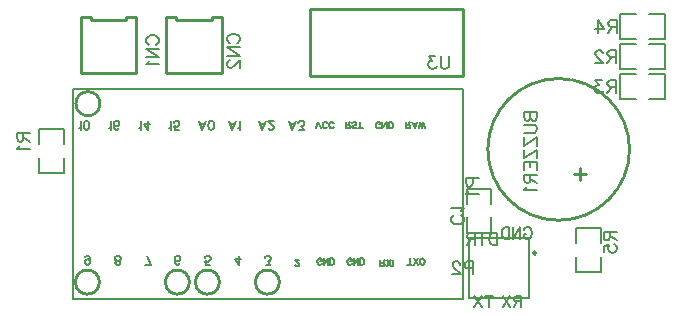
<source format=gbo>
G04 Layer: BottomSilkLayer*
G04 EasyEDA v6.2.46, 2019-12-20T21:21:12+01:00*
G04 d37f97ebf7a94133afb56d0d7468e1fa,4a9c1d379d7447c5bd0ffc32acf6fcf4,10*
G04 Gerber Generator version 0.2*
G04 Scale: 100 percent, Rotated: No, Reflected: No *
G04 Dimensions in millimeters *
G04 leading zeros omitted , absolute positions ,3 integer and 3 decimal *
%FSLAX33Y33*%
%MOMM*%
G90*
G71D02*

%ADD10C,0.254000*%
%ADD25C,0.152400*%
%ADD26C,0.203200*%
%ADD27C,0.203200*%
%ADD28C,0.199898*%

%LPD*%
G54D10*
G01X40767Y19685D02*
G01X53766Y19685D01*
G01X53766Y25385D01*
G01X40767Y25385D01*
G01X40767Y19685D01*
G54D26*
G01X54229Y5969D02*
G01X54229Y889D01*
G01X59309Y889D01*
G01X59309Y5969D01*
G01X54229Y5969D01*
G54D27*
G01X53746Y825D02*
G01X20726Y825D01*
G01X20726Y18605D01*
G01X53746Y18605D01*
G01X53746Y825D01*
G54D10*
G01X63627Y10910D02*
G01X63627Y11926D01*
G01X64135Y11418D02*
G01X63119Y11418D01*
G54D28*
G01X69515Y19830D02*
G01X70835Y19830D01*
G01X70835Y17760D01*
G01X69515Y17760D01*
G01X68383Y19830D02*
G01X67063Y19830D01*
G01X67063Y17760D01*
G01X68383Y17760D01*
G01X69515Y24910D02*
G01X70835Y24910D01*
G01X70835Y22840D01*
G01X69515Y22840D01*
G01X68383Y24910D02*
G01X67063Y24910D01*
G01X67063Y22840D01*
G01X68383Y22840D01*
G01X63354Y5507D02*
G01X63354Y6827D01*
G01X65424Y6827D01*
G01X65424Y5507D01*
G01X63354Y4375D02*
G01X63354Y3055D01*
G01X65424Y3055D01*
G01X65424Y4375D01*
G01X69515Y22370D02*
G01X70835Y22370D01*
G01X70835Y20300D01*
G01X69515Y20300D01*
G01X68383Y22370D02*
G01X67063Y22370D01*
G01X67063Y20300D01*
G01X68383Y20300D01*
G01X17888Y13889D02*
G01X17888Y15209D01*
G01X19958Y15209D01*
G01X19958Y13889D01*
G01X17888Y12757D02*
G01X17888Y11437D01*
G01X19958Y11437D01*
G01X19958Y12757D01*
G54D10*
G01X26099Y19906D02*
G01X26099Y24705D01*
G01X25248Y24705D01*
G01X25248Y24405D01*
G01X22249Y24405D01*
G01X22249Y24705D01*
G01X21398Y24705D01*
G01X21398Y19906D01*
G01X26099Y19906D01*
G01X33338Y19906D02*
G01X33338Y24705D01*
G01X32487Y24705D01*
G01X32487Y24405D01*
G01X29488Y24405D01*
G01X29488Y24705D01*
G01X28637Y24705D01*
G01X28637Y19906D01*
G01X33338Y19906D01*
G54D28*
G01X56152Y7700D02*
G01X56152Y6380D01*
G01X54082Y6380D01*
G01X54082Y7700D01*
G01X56152Y8832D02*
G01X56152Y10152D01*
G01X54082Y10152D01*
G01X54082Y8832D01*
G54D25*
G01X52578Y21374D02*
G01X52578Y20596D01*
G01X52527Y20439D01*
G01X52423Y20335D01*
G01X52265Y20284D01*
G01X52161Y20284D01*
G01X52006Y20335D01*
G01X51902Y20439D01*
G01X51851Y20596D01*
G01X51851Y21374D01*
G01X51404Y21374D02*
G01X50833Y21374D01*
G01X51142Y20960D01*
G01X50987Y20960D01*
G01X50883Y20906D01*
G01X50833Y20855D01*
G01X50779Y20701D01*
G01X50779Y20596D01*
G01X50833Y20439D01*
G01X50937Y20335D01*
G01X51092Y20284D01*
G01X51247Y20284D01*
G01X51404Y20335D01*
G01X51455Y20388D01*
G01X51508Y20492D01*
G01X54610Y3975D02*
G01X54610Y2885D01*
G01X54610Y3975D02*
G01X54142Y3975D01*
G01X53987Y3924D01*
G01X53934Y3873D01*
G01X53883Y3769D01*
G01X53883Y3611D01*
G01X53934Y3507D01*
G01X53987Y3456D01*
G01X54142Y3403D01*
G01X54610Y3403D01*
G01X53487Y3716D02*
G01X53487Y3769D01*
G01X53436Y3873D01*
G01X53383Y3924D01*
G01X53279Y3975D01*
G01X53073Y3975D01*
G01X52969Y3924D01*
G01X52915Y3873D01*
G01X52865Y3769D01*
G01X52865Y3665D01*
G01X52915Y3561D01*
G01X53019Y3403D01*
G01X53540Y2885D01*
G01X52811Y2885D01*
G01X54000Y11046D02*
G01X55090Y11046D01*
G01X54000Y11046D02*
G01X54000Y10579D01*
G01X54051Y10424D01*
G01X54102Y10370D01*
G01X54206Y10320D01*
G01X54363Y10320D01*
G01X54467Y10370D01*
G01X54518Y10424D01*
G01X54571Y10579D01*
G01X54571Y11046D01*
G01X54206Y9977D02*
G01X54155Y9873D01*
G01X54000Y9715D01*
G01X55090Y9715D01*
G01X22191Y3954D02*
G01X22158Y4058D01*
G01X22087Y4127D01*
G01X21983Y4163D01*
G01X21950Y4163D01*
G01X21846Y4127D01*
G01X21777Y4058D01*
G01X21742Y3954D01*
G01X21742Y3919D01*
G01X21777Y3815D01*
G01X21846Y3746D01*
G01X21950Y3710D01*
G01X21983Y3710D01*
G01X22087Y3746D01*
G01X22158Y3815D01*
G01X22191Y3954D01*
G01X22191Y4127D01*
G01X22158Y4300D01*
G01X22087Y4404D01*
G01X21983Y4439D01*
G01X21915Y4439D01*
G01X21810Y4404D01*
G01X21777Y4335D01*
G01X24455Y3710D02*
G01X24350Y3746D01*
G01X24317Y3815D01*
G01X24317Y3886D01*
G01X24350Y3954D01*
G01X24422Y3987D01*
G01X24559Y4023D01*
G01X24663Y4058D01*
G01X24731Y4127D01*
G01X24767Y4196D01*
G01X24767Y4300D01*
G01X24731Y4368D01*
G01X24698Y4404D01*
G01X24594Y4439D01*
G01X24455Y4439D01*
G01X24350Y4404D01*
G01X24317Y4368D01*
G01X24282Y4300D01*
G01X24282Y4196D01*
G01X24317Y4127D01*
G01X24386Y4058D01*
G01X24490Y4023D01*
G01X24627Y3987D01*
G01X24698Y3954D01*
G01X24731Y3886D01*
G01X24731Y3815D01*
G01X24698Y3746D01*
G01X24594Y3710D01*
G01X24455Y3710D01*
G01X27307Y3710D02*
G01X26962Y4439D01*
G01X26822Y3710D02*
G01X27307Y3710D01*
G01X29778Y3815D02*
G01X29743Y3746D01*
G01X29639Y3710D01*
G01X29570Y3710D01*
G01X29466Y3746D01*
G01X29397Y3850D01*
G01X29362Y4023D01*
G01X29362Y4196D01*
G01X29397Y4335D01*
G01X29466Y4404D01*
G01X29570Y4439D01*
G01X29603Y4439D01*
G01X29707Y4404D01*
G01X29778Y4335D01*
G01X29811Y4231D01*
G01X29811Y4196D01*
G01X29778Y4091D01*
G01X29707Y4023D01*
G01X29603Y3987D01*
G01X29570Y3987D01*
G01X29466Y4023D01*
G01X29397Y4091D01*
G01X29362Y4196D01*
G01X32318Y3710D02*
G01X31970Y3710D01*
G01X31937Y4023D01*
G01X31970Y3987D01*
G01X32075Y3954D01*
G01X32179Y3954D01*
G01X32283Y3987D01*
G01X32351Y4058D01*
G01X32387Y4163D01*
G01X32387Y4231D01*
G01X32351Y4335D01*
G01X32283Y4404D01*
G01X32179Y4439D01*
G01X32075Y4439D01*
G01X31970Y4404D01*
G01X31937Y4368D01*
G01X31902Y4300D01*
G01X34787Y3710D02*
G01X34442Y4196D01*
G01X34963Y4196D01*
G01X34787Y3710D02*
G01X34787Y4439D01*
G01X37050Y3710D02*
G01X37431Y3710D01*
G01X37223Y3987D01*
G01X37327Y3987D01*
G01X37398Y4023D01*
G01X37431Y4058D01*
G01X37467Y4163D01*
G01X37467Y4231D01*
G01X37431Y4335D01*
G01X37363Y4404D01*
G01X37259Y4439D01*
G01X37155Y4439D01*
G01X37050Y4404D01*
G01X37017Y4368D01*
G01X36982Y4300D01*
G01X39547Y3695D02*
G01X39547Y3670D01*
G01X39573Y3619D01*
G01X39598Y3594D01*
G01X39649Y3568D01*
G01X39751Y3568D01*
G01X39801Y3594D01*
G01X39827Y3619D01*
G01X39852Y3670D01*
G01X39852Y3721D01*
G01X39827Y3771D01*
G01X39776Y3848D01*
G01X39522Y4102D01*
G01X39878Y4102D01*
G01X41808Y3822D02*
G01X41783Y3771D01*
G01X41732Y3721D01*
G01X41681Y3695D01*
G01X41579Y3695D01*
G01X41529Y3721D01*
G01X41478Y3771D01*
G01X41452Y3822D01*
G01X41427Y3898D01*
G01X41427Y4025D01*
G01X41452Y4102D01*
G01X41478Y4152D01*
G01X41529Y4203D01*
G01X41579Y4229D01*
G01X41681Y4229D01*
G01X41732Y4203D01*
G01X41783Y4152D01*
G01X41808Y4102D01*
G01X41808Y4025D01*
G01X41681Y4025D02*
G01X41808Y4025D01*
G01X41976Y3695D02*
G01X41976Y4229D01*
G01X41976Y3695D02*
G01X42331Y4229D01*
G01X42331Y3695D02*
G01X42331Y4229D01*
G01X42499Y3695D02*
G01X42499Y4229D01*
G01X42499Y3695D02*
G01X42677Y3695D01*
G01X42753Y3721D01*
G01X42804Y3771D01*
G01X42829Y3822D01*
G01X42854Y3898D01*
G01X42854Y4025D01*
G01X42829Y4102D01*
G01X42804Y4152D01*
G01X42753Y4203D01*
G01X42677Y4229D01*
G01X42499Y4229D01*
G01X44348Y3822D02*
G01X44323Y3771D01*
G01X44272Y3721D01*
G01X44221Y3695D01*
G01X44119Y3695D01*
G01X44069Y3721D01*
G01X44018Y3771D01*
G01X43992Y3822D01*
G01X43967Y3898D01*
G01X43967Y4025D01*
G01X43992Y4102D01*
G01X44018Y4152D01*
G01X44069Y4203D01*
G01X44119Y4229D01*
G01X44221Y4229D01*
G01X44272Y4203D01*
G01X44323Y4152D01*
G01X44348Y4102D01*
G01X44348Y4025D01*
G01X44221Y4025D02*
G01X44348Y4025D01*
G01X44516Y3695D02*
G01X44516Y4229D01*
G01X44516Y3695D02*
G01X44871Y4229D01*
G01X44871Y3695D02*
G01X44871Y4229D01*
G01X45039Y3695D02*
G01X45039Y4229D01*
G01X45039Y3695D02*
G01X45217Y3695D01*
G01X45293Y3721D01*
G01X45344Y3771D01*
G01X45369Y3822D01*
G01X45394Y3898D01*
G01X45394Y4025D01*
G01X45369Y4102D01*
G01X45344Y4152D01*
G01X45293Y4203D01*
G01X45217Y4229D01*
G01X45039Y4229D01*
G01X46761Y3568D02*
G01X46761Y4102D01*
G01X46761Y3568D02*
G01X46990Y3568D01*
G01X47066Y3594D01*
G01X47091Y3619D01*
G01X47117Y3670D01*
G01X47117Y3721D01*
G01X47091Y3771D01*
G01X47066Y3797D01*
G01X46990Y3822D01*
G01X46761Y3822D01*
G01X46939Y3822D02*
G01X47117Y4102D01*
G01X47284Y3568D02*
G01X47640Y4102D01*
G01X47640Y3568D02*
G01X47284Y4102D01*
G01X47807Y3568D02*
G01X47807Y4102D01*
G01X49225Y3695D02*
G01X49225Y4229D01*
G01X49047Y3695D02*
G01X49403Y3695D01*
G01X49570Y3695D02*
G01X49926Y4229D01*
G01X49926Y3695D02*
G01X49570Y4229D01*
G01X50246Y3695D02*
G01X50195Y3721D01*
G01X50144Y3771D01*
G01X50119Y3822D01*
G01X50093Y3898D01*
G01X50093Y4025D01*
G01X50119Y4102D01*
G01X50144Y4152D01*
G01X50195Y4203D01*
G01X50246Y4229D01*
G01X50347Y4229D01*
G01X50398Y4203D01*
G01X50449Y4152D01*
G01X50474Y4102D01*
G01X50500Y4025D01*
G01X50500Y3898D01*
G01X50474Y3822D01*
G01X50449Y3771D01*
G01X50398Y3721D01*
G01X50347Y3695D01*
G01X50246Y3695D01*
G01X48920Y15252D02*
G01X48920Y15786D01*
G01X48920Y15252D02*
G01X49149Y15252D01*
G01X49225Y15278D01*
G01X49250Y15303D01*
G01X49276Y15354D01*
G01X49276Y15405D01*
G01X49250Y15455D01*
G01X49225Y15481D01*
G01X49149Y15506D01*
G01X48920Y15506D01*
G01X49098Y15506D02*
G01X49276Y15786D01*
G01X49646Y15252D02*
G01X49443Y15786D01*
G01X49646Y15252D02*
G01X49850Y15786D01*
G01X49519Y15608D02*
G01X49773Y15608D01*
G01X50017Y15252D02*
G01X50144Y15786D01*
G01X50271Y15252D02*
G01X50144Y15786D01*
G01X50271Y15252D02*
G01X50398Y15786D01*
G01X50525Y15252D02*
G01X50398Y15786D01*
G01X46761Y15379D02*
G01X46736Y15328D01*
G01X46685Y15278D01*
G01X46634Y15252D01*
G01X46532Y15252D01*
G01X46482Y15278D01*
G01X46431Y15328D01*
G01X46405Y15379D01*
G01X46380Y15455D01*
G01X46380Y15582D01*
G01X46405Y15659D01*
G01X46431Y15709D01*
G01X46482Y15760D01*
G01X46532Y15786D01*
G01X46634Y15786D01*
G01X46685Y15760D01*
G01X46736Y15709D01*
G01X46761Y15659D01*
G01X46761Y15582D01*
G01X46634Y15582D02*
G01X46761Y15582D01*
G01X46929Y15252D02*
G01X46929Y15786D01*
G01X46929Y15252D02*
G01X47284Y15786D01*
G01X47284Y15252D02*
G01X47284Y15786D01*
G01X47452Y15252D02*
G01X47452Y15786D01*
G01X47452Y15252D02*
G01X47630Y15252D01*
G01X47706Y15278D01*
G01X47757Y15328D01*
G01X47782Y15379D01*
G01X47807Y15455D01*
G01X47807Y15582D01*
G01X47782Y15659D01*
G01X47757Y15709D01*
G01X47706Y15760D01*
G01X47630Y15786D01*
G01X47452Y15786D01*
G01X43840Y15252D02*
G01X43840Y15786D01*
G01X43840Y15252D02*
G01X44069Y15252D01*
G01X44145Y15278D01*
G01X44170Y15303D01*
G01X44196Y15354D01*
G01X44196Y15405D01*
G01X44170Y15455D01*
G01X44145Y15481D01*
G01X44069Y15506D01*
G01X43840Y15506D01*
G01X44018Y15506D02*
G01X44196Y15786D01*
G01X44719Y15328D02*
G01X44668Y15278D01*
G01X44592Y15252D01*
G01X44490Y15252D01*
G01X44414Y15278D01*
G01X44363Y15328D01*
G01X44363Y15379D01*
G01X44389Y15430D01*
G01X44414Y15455D01*
G01X44465Y15481D01*
G01X44617Y15532D01*
G01X44668Y15557D01*
G01X44693Y15582D01*
G01X44719Y15633D01*
G01X44719Y15709D01*
G01X44668Y15760D01*
G01X44592Y15786D01*
G01X44490Y15786D01*
G01X44414Y15760D01*
G01X44363Y15709D01*
G01X45064Y15252D02*
G01X45064Y15786D01*
G01X44886Y15252D02*
G01X45242Y15252D01*
G01X41300Y15252D02*
G01X41503Y15786D01*
G01X41706Y15252D02*
G01X41503Y15786D01*
G01X42255Y15379D02*
G01X42230Y15328D01*
G01X42179Y15278D01*
G01X42128Y15252D01*
G01X42026Y15252D01*
G01X41976Y15278D01*
G01X41925Y15328D01*
G01X41899Y15379D01*
G01X41874Y15455D01*
G01X41874Y15582D01*
G01X41899Y15659D01*
G01X41925Y15709D01*
G01X41976Y15760D01*
G01X42026Y15786D01*
G01X42128Y15786D01*
G01X42179Y15760D01*
G01X42230Y15709D01*
G01X42255Y15659D01*
G01X42804Y15379D02*
G01X42778Y15328D01*
G01X42727Y15278D01*
G01X42677Y15252D01*
G01X42575Y15252D01*
G01X42524Y15278D01*
G01X42473Y15328D01*
G01X42448Y15379D01*
G01X42423Y15455D01*
G01X42423Y15582D01*
G01X42448Y15659D01*
G01X42473Y15709D01*
G01X42524Y15760D01*
G01X42575Y15786D01*
G01X42677Y15786D01*
G01X42727Y15760D01*
G01X42778Y15709D01*
G01X42804Y15659D01*
G01X39291Y15140D02*
G01X39014Y15869D01*
G01X39291Y15140D02*
G01X39568Y15869D01*
G01X39118Y15626D02*
G01X39463Y15626D01*
G01X39865Y15140D02*
G01X40246Y15140D01*
G01X40040Y15417D01*
G01X40144Y15417D01*
G01X40213Y15453D01*
G01X40246Y15488D01*
G01X40281Y15593D01*
G01X40281Y15661D01*
G01X40246Y15765D01*
G01X40177Y15834D01*
G01X40073Y15869D01*
G01X39969Y15869D01*
G01X39865Y15834D01*
G01X39832Y15798D01*
G01X39796Y15730D01*
G01X36751Y15140D02*
G01X36474Y15869D01*
G01X36751Y15140D02*
G01X37028Y15869D01*
G01X36578Y15626D02*
G01X36923Y15626D01*
G01X37292Y15316D02*
G01X37292Y15280D01*
G01X37325Y15212D01*
G01X37360Y15176D01*
G01X37429Y15140D01*
G01X37569Y15140D01*
G01X37637Y15176D01*
G01X37673Y15212D01*
G01X37706Y15280D01*
G01X37706Y15349D01*
G01X37673Y15417D01*
G01X37604Y15521D01*
G01X37256Y15869D01*
G01X37741Y15869D01*
G01X34211Y15140D02*
G01X33934Y15869D01*
G01X34211Y15140D02*
G01X34488Y15869D01*
G01X34038Y15626D02*
G01X34383Y15626D01*
G01X34716Y15280D02*
G01X34785Y15245D01*
G01X34889Y15140D01*
G01X34889Y15869D01*
G01X31671Y15140D02*
G01X31394Y15869D01*
G01X31671Y15140D02*
G01X31948Y15869D01*
G01X31498Y15626D02*
G01X31843Y15626D01*
G01X32385Y15140D02*
G01X32280Y15176D01*
G01X32212Y15280D01*
G01X32176Y15453D01*
G01X32176Y15557D01*
G01X32212Y15730D01*
G01X32280Y15834D01*
G01X32385Y15869D01*
G01X32453Y15869D01*
G01X32557Y15834D01*
G01X32626Y15730D01*
G01X32661Y15557D01*
G01X32661Y15453D01*
G01X32626Y15280D01*
G01X32557Y15176D01*
G01X32453Y15140D01*
G01X32385Y15140D01*
G01X28854Y15280D02*
G01X28922Y15245D01*
G01X29027Y15140D01*
G01X29027Y15869D01*
G01X29672Y15140D02*
G01X29324Y15140D01*
G01X29291Y15453D01*
G01X29324Y15417D01*
G01X29428Y15384D01*
G01X29532Y15384D01*
G01X29636Y15417D01*
G01X29705Y15488D01*
G01X29740Y15593D01*
G01X29740Y15661D01*
G01X29705Y15765D01*
G01X29636Y15834D01*
G01X29532Y15869D01*
G01X29428Y15869D01*
G01X29324Y15834D01*
G01X29291Y15798D01*
G01X29255Y15730D01*
G01X26314Y15280D02*
G01X26382Y15245D01*
G01X26487Y15140D01*
G01X26487Y15869D01*
G01X27063Y15140D02*
G01X26715Y15626D01*
G01X27236Y15626D01*
G01X27063Y15140D02*
G01X27063Y15869D01*
G01X23774Y15280D02*
G01X23842Y15245D01*
G01X23947Y15140D01*
G01X23947Y15869D01*
G01X24592Y15245D02*
G01X24556Y15176D01*
G01X24452Y15140D01*
G01X24384Y15140D01*
G01X24279Y15176D01*
G01X24211Y15280D01*
G01X24175Y15453D01*
G01X24175Y15626D01*
G01X24211Y15765D01*
G01X24279Y15834D01*
G01X24384Y15869D01*
G01X24419Y15869D01*
G01X24523Y15834D01*
G01X24592Y15765D01*
G01X24625Y15661D01*
G01X24625Y15626D01*
G01X24592Y15521D01*
G01X24523Y15453D01*
G01X24419Y15417D01*
G01X24384Y15417D01*
G01X24279Y15453D01*
G01X24211Y15521D01*
G01X24175Y15626D01*
G01X21234Y15280D02*
G01X21302Y15245D01*
G01X21407Y15140D01*
G01X21407Y15869D01*
G01X21844Y15140D02*
G01X21739Y15176D01*
G01X21671Y15280D01*
G01X21635Y15453D01*
G01X21635Y15557D01*
G01X21671Y15730D01*
G01X21739Y15834D01*
G01X21844Y15869D01*
G01X21912Y15869D01*
G01X22016Y15834D01*
G01X22085Y15730D01*
G01X22120Y15557D01*
G01X22120Y15453D01*
G01X22085Y15280D01*
G01X22016Y15176D01*
G01X21912Y15140D01*
G01X21844Y15140D01*
G01X58927Y16637D02*
G01X60017Y16637D01*
G01X58927Y16637D02*
G01X58927Y16169D01*
G01X58978Y16014D01*
G01X59029Y15961D01*
G01X59133Y15910D01*
G01X59237Y15910D01*
G01X59341Y15961D01*
G01X59395Y16014D01*
G01X59446Y16169D01*
G01X59446Y16637D02*
G01X59446Y16169D01*
G01X59499Y16014D01*
G01X59550Y15961D01*
G01X59654Y15910D01*
G01X59809Y15910D01*
G01X59913Y15961D01*
G01X59966Y16014D01*
G01X60017Y16169D01*
G01X60017Y16637D01*
G01X58927Y15567D02*
G01X59705Y15567D01*
G01X59862Y15514D01*
G01X59966Y15410D01*
G01X60017Y15255D01*
G01X60017Y15151D01*
G01X59966Y14996D01*
G01X59862Y14892D01*
G01X59705Y14838D01*
G01X58927Y14838D01*
G01X58927Y13769D02*
G01X60017Y14495D01*
G01X58927Y14495D02*
G01X58927Y13769D01*
G01X60017Y14495D02*
G01X60017Y13769D01*
G01X58927Y12700D02*
G01X60017Y13426D01*
G01X58927Y13426D02*
G01X58927Y12700D01*
G01X60017Y13426D02*
G01X60017Y12700D01*
G01X58927Y12357D02*
G01X60017Y12357D01*
G01X58927Y12357D02*
G01X58927Y11681D01*
G01X59446Y12357D02*
G01X59446Y11940D01*
G01X60017Y12357D02*
G01X60017Y11681D01*
G01X58927Y11338D02*
G01X60017Y11338D01*
G01X58927Y11338D02*
G01X58927Y10871D01*
G01X58978Y10713D01*
G01X59029Y10662D01*
G01X59133Y10609D01*
G01X59237Y10609D01*
G01X59341Y10662D01*
G01X59395Y10713D01*
G01X59446Y10871D01*
G01X59446Y11338D01*
G01X59446Y10972D02*
G01X60017Y10609D01*
G01X59133Y10266D02*
G01X59082Y10162D01*
G01X58927Y10007D01*
G01X60017Y10007D01*
G01X66695Y19303D02*
G01X66695Y18211D01*
G01X66695Y19303D02*
G01X66227Y19303D01*
G01X66073Y19253D01*
G01X66019Y19199D01*
G01X65968Y19095D01*
G01X65968Y18991D01*
G01X66019Y18887D01*
G01X66073Y18836D01*
G01X66227Y18783D01*
G01X66695Y18783D01*
G01X66332Y18783D02*
G01X65968Y18211D01*
G01X65521Y19303D02*
G01X64950Y19303D01*
G01X65260Y18887D01*
G01X65105Y18887D01*
G01X65001Y18836D01*
G01X64950Y18783D01*
G01X64897Y18628D01*
G01X64897Y18524D01*
G01X64950Y18369D01*
G01X65054Y18265D01*
G01X65209Y18211D01*
G01X65364Y18211D01*
G01X65521Y18265D01*
G01X65572Y18315D01*
G01X65626Y18420D01*
G01X66746Y24383D02*
G01X66746Y23291D01*
G01X66746Y24383D02*
G01X66278Y24383D01*
G01X66123Y24333D01*
G01X66070Y24279D01*
G01X66019Y24175D01*
G01X66019Y24071D01*
G01X66070Y23967D01*
G01X66123Y23916D01*
G01X66278Y23863D01*
G01X66746Y23863D01*
G01X66382Y23863D02*
G01X66019Y23291D01*
G01X65156Y24383D02*
G01X65676Y23657D01*
G01X64896Y23657D01*
G01X65156Y24383D02*
G01X65156Y23291D01*
G01X65677Y6497D02*
G01X66769Y6497D01*
G01X65677Y6497D02*
G01X65677Y6029D01*
G01X65727Y5874D01*
G01X65781Y5821D01*
G01X65885Y5770D01*
G01X65989Y5770D01*
G01X66093Y5821D01*
G01X66144Y5874D01*
G01X66197Y6029D01*
G01X66197Y6497D01*
G01X66197Y6133D02*
G01X66769Y5770D01*
G01X65677Y4802D02*
G01X65677Y5323D01*
G01X66144Y5374D01*
G01X66093Y5323D01*
G01X66040Y5166D01*
G01X66040Y5011D01*
G01X66093Y4856D01*
G01X66197Y4752D01*
G01X66352Y4698D01*
G01X66456Y4698D01*
G01X66611Y4752D01*
G01X66715Y4856D01*
G01X66769Y5011D01*
G01X66769Y5166D01*
G01X66715Y5323D01*
G01X66665Y5374D01*
G01X66560Y5427D01*
G01X66695Y21843D02*
G01X66695Y20751D01*
G01X66695Y21843D02*
G01X66227Y21843D01*
G01X66073Y21793D01*
G01X66019Y21739D01*
G01X65968Y21635D01*
G01X65968Y21531D01*
G01X66019Y21427D01*
G01X66073Y21376D01*
G01X66227Y21323D01*
G01X66695Y21323D01*
G01X66332Y21323D02*
G01X65968Y20751D01*
G01X65572Y21584D02*
G01X65572Y21635D01*
G01X65521Y21739D01*
G01X65468Y21793D01*
G01X65364Y21843D01*
G01X65158Y21843D01*
G01X65054Y21793D01*
G01X65001Y21739D01*
G01X64950Y21635D01*
G01X64950Y21531D01*
G01X65001Y21427D01*
G01X65105Y21272D01*
G01X65626Y20751D01*
G01X64897Y20751D01*
G01X16001Y14859D02*
G01X17094Y14859D01*
G01X16001Y14859D02*
G01X16001Y14391D01*
G01X16052Y14236D01*
G01X16106Y14183D01*
G01X16210Y14132D01*
G01X16314Y14132D01*
G01X16418Y14183D01*
G01X16469Y14236D01*
G01X16522Y14391D01*
G01X16522Y14859D01*
G01X16522Y14495D02*
G01X17094Y14132D01*
G01X16210Y13789D02*
G01X16156Y13685D01*
G01X16001Y13528D01*
G01X17094Y13528D01*
G01X27183Y22334D02*
G01X27078Y22387D01*
G01X26974Y22491D01*
G01X26924Y22593D01*
G01X26924Y22801D01*
G01X26974Y22905D01*
G01X27078Y23009D01*
G01X27183Y23063D01*
G01X27340Y23114D01*
G01X27599Y23114D01*
G01X27754Y23063D01*
G01X27858Y23009D01*
G01X27962Y22905D01*
G01X28016Y22801D01*
G01X28016Y22593D01*
G01X27962Y22491D01*
G01X27858Y22387D01*
G01X27754Y22334D01*
G01X26924Y21991D02*
G01X28016Y21991D01*
G01X26924Y21991D02*
G01X28016Y21264D01*
G01X26924Y21264D02*
G01X28016Y21264D01*
G01X27132Y20921D02*
G01X27078Y20817D01*
G01X26924Y20662D01*
G01X28016Y20662D01*
G01X34041Y22461D02*
G01X33936Y22514D01*
G01X33832Y22618D01*
G01X33782Y22720D01*
G01X33782Y22928D01*
G01X33832Y23032D01*
G01X33936Y23136D01*
G01X34041Y23190D01*
G01X34198Y23241D01*
G01X34457Y23241D01*
G01X34612Y23190D01*
G01X34716Y23136D01*
G01X34820Y23032D01*
G01X34874Y22928D01*
G01X34874Y22720D01*
G01X34820Y22618D01*
G01X34716Y22514D01*
G01X34612Y22461D01*
G01X33782Y22118D02*
G01X34874Y22118D01*
G01X33782Y22118D02*
G01X34874Y21391D01*
G01X33782Y21391D02*
G01X34874Y21391D01*
G01X34041Y20995D02*
G01X33990Y20995D01*
G01X33886Y20944D01*
G01X33832Y20891D01*
G01X33782Y20789D01*
G01X33782Y20581D01*
G01X33832Y20477D01*
G01X33886Y20424D01*
G01X33990Y20373D01*
G01X34094Y20373D01*
G01X34198Y20424D01*
G01X34353Y20528D01*
G01X34874Y21048D01*
G01X34874Y20320D01*
G01X53570Y7907D02*
G01X53675Y7853D01*
G01X53779Y7749D01*
G01X53829Y7648D01*
G01X53829Y7439D01*
G01X53779Y7335D01*
G01X53675Y7231D01*
G01X53570Y7178D01*
G01X53413Y7127D01*
G01X53154Y7127D01*
G01X52999Y7178D01*
G01X52895Y7231D01*
G01X52791Y7335D01*
G01X52737Y7439D01*
G01X52737Y7648D01*
G01X52791Y7749D01*
G01X52895Y7853D01*
G01X52999Y7907D01*
G01X53621Y8250D02*
G01X53675Y8354D01*
G01X53829Y8509D01*
G01X52737Y8509D01*
G54D26*
G01X58674Y1053D02*
G01X58674Y98D01*
G01X58674Y1053D02*
G01X58264Y1053D01*
G01X58128Y1007D01*
G01X58083Y962D01*
G01X58037Y871D01*
G01X58037Y780D01*
G01X58083Y689D01*
G01X58128Y644D01*
G01X58264Y598D01*
G01X58674Y598D01*
G01X58355Y598D02*
G01X58037Y98D01*
G01X57737Y1053D02*
G01X57101Y98D01*
G01X57101Y1053D02*
G01X57737Y98D01*
G01X55942Y1053D02*
G01X55942Y98D01*
G01X56261Y1053D02*
G01X55624Y1053D01*
G01X55324Y1053D02*
G01X54688Y98D01*
G01X54688Y1053D02*
G01X55324Y98D01*
G01X56611Y6350D02*
G01X56611Y5395D01*
G01X56611Y6350D02*
G01X56292Y6350D01*
G01X56156Y6304D01*
G01X56065Y6213D01*
G01X56020Y6122D01*
G01X55974Y5986D01*
G01X55974Y5759D01*
G01X56020Y5622D01*
G01X56065Y5531D01*
G01X56156Y5440D01*
G01X56292Y5395D01*
G01X56611Y5395D01*
G01X55356Y6350D02*
G01X55356Y5395D01*
G01X55674Y6350D02*
G01X55038Y6350D01*
G01X54738Y6350D02*
G01X54738Y5395D01*
G01X54738Y6350D02*
G01X54329Y6350D01*
G01X54192Y6304D01*
G01X54147Y6259D01*
G01X54102Y6168D01*
G01X54102Y6077D01*
G01X54147Y5986D01*
G01X54192Y5940D01*
G01X54329Y5895D01*
G01X54738Y5895D01*
G01X54420Y5895D02*
G01X54102Y5395D01*
G01X58895Y6630D02*
G01X58941Y6721D01*
G01X59032Y6812D01*
G01X59122Y6858D01*
G01X59304Y6858D01*
G01X59395Y6812D01*
G01X59486Y6721D01*
G01X59532Y6630D01*
G01X59577Y6494D01*
G01X59577Y6267D01*
G01X59532Y6130D01*
G01X59486Y6039D01*
G01X59395Y5948D01*
G01X59304Y5903D01*
G01X59122Y5903D01*
G01X59032Y5948D01*
G01X58941Y6039D01*
G01X58895Y6130D01*
G01X58895Y6267D01*
G01X59122Y6267D02*
G01X58895Y6267D01*
G01X58595Y6858D02*
G01X58595Y5903D01*
G01X58595Y6858D02*
G01X57959Y5903D01*
G01X57959Y6858D02*
G01X57959Y5903D01*
G01X57659Y6858D02*
G01X57659Y5903D01*
G01X57659Y6858D02*
G01X57341Y6858D01*
G01X57204Y6812D01*
G01X57113Y6721D01*
G01X57068Y6630D01*
G01X57023Y6494D01*
G01X57023Y6267D01*
G01X57068Y6130D01*
G01X57113Y6039D01*
G01X57204Y5948D01*
G01X57341Y5903D01*
G01X57659Y5903D01*
G54D10*
G75*
G01X59944Y4699D02*
G03X59944Y4699I-127J0D01*
G01*
G75*
G01X30582Y2223D02*
G03X30582Y2223I-1016J0D01*
G01*
G75*
G01X33122Y2223D02*
G03X33122Y2223I-1016J0D01*
G01*
G75*
G01X38202Y2223D02*
G03X38202Y2223I-1016J0D01*
G01*
G75*
G01X22962Y2223D02*
G03X22962Y2223I-1016J0D01*
G01*
G75*
G01X23012Y17336D02*
G03X23012Y17336I-1016J0D01*
G01*
G75*
G01X67848Y13461D02*
G03X67848Y13461I-5999J0D01*
G01*
M00*
M02*

</source>
